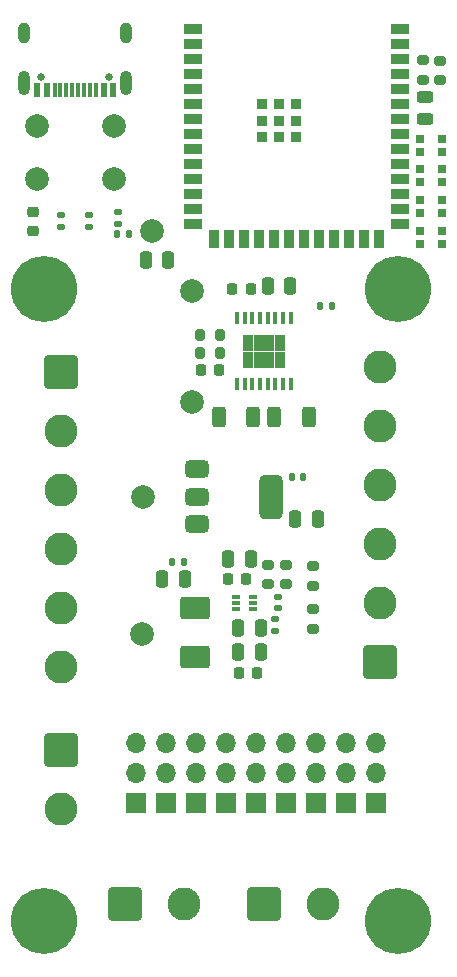
<source format=gts>
G04 #@! TF.GenerationSoftware,KiCad,Pcbnew,9.0.0*
G04 #@! TF.CreationDate,2025-07-02T14:57:14+08:00*
G04 #@! TF.ProjectId,ESPNOW,4553504e-4f57-42e6-9b69-6361645f7063,rev?*
G04 #@! TF.SameCoordinates,Original*
G04 #@! TF.FileFunction,Soldermask,Top*
G04 #@! TF.FilePolarity,Negative*
%FSLAX46Y46*%
G04 Gerber Fmt 4.6, Leading zero omitted, Abs format (unit mm)*
G04 Created by KiCad (PCBNEW 9.0.0) date 2025-07-02 14:57:14*
%MOMM*%
%LPD*%
G01*
G04 APERTURE LIST*
G04 Aperture macros list*
%AMRoundRect*
0 Rectangle with rounded corners*
0 $1 Rounding radius*
0 $2 $3 $4 $5 $6 $7 $8 $9 X,Y pos of 4 corners*
0 Add a 4 corners polygon primitive as box body*
4,1,4,$2,$3,$4,$5,$6,$7,$8,$9,$2,$3,0*
0 Add four circle primitives for the rounded corners*
1,1,$1+$1,$2,$3*
1,1,$1+$1,$4,$5*
1,1,$1+$1,$6,$7*
1,1,$1+$1,$8,$9*
0 Add four rect primitives between the rounded corners*
20,1,$1+$1,$2,$3,$4,$5,0*
20,1,$1+$1,$4,$5,$6,$7,0*
20,1,$1+$1,$6,$7,$8,$9,0*
20,1,$1+$1,$8,$9,$2,$3,0*%
G04 Aperture macros list end*
%ADD10RoundRect,0.200000X-0.275000X0.200000X-0.275000X-0.200000X0.275000X-0.200000X0.275000X0.200000X0*%
%ADD11RoundRect,0.250000X-1.000000X0.700000X-1.000000X-0.700000X1.000000X-0.700000X1.000000X0.700000X0*%
%ADD12R,1.700000X1.700000*%
%ADD13O,1.700000X1.700000*%
%ADD14C,2.000000*%
%ADD15RoundRect,0.250001X1.149999X-1.149999X1.149999X1.149999X-1.149999X1.149999X-1.149999X-1.149999X0*%
%ADD16C,2.800000*%
%ADD17RoundRect,0.250001X-1.149999X1.149999X-1.149999X-1.149999X1.149999X-1.149999X1.149999X1.149999X0*%
%ADD18C,0.650000*%
%ADD19R,0.600000X1.240000*%
%ADD20R,0.300000X1.240000*%
%ADD21O,1.000000X2.100000*%
%ADD22O,1.000000X1.800000*%
%ADD23R,0.450000X1.050000*%
%ADD24R,0.895000X1.470000*%
%ADD25RoundRect,0.200000X0.200000X0.275000X-0.200000X0.275000X-0.200000X-0.275000X0.200000X-0.275000X0*%
%ADD26C,5.600000*%
%ADD27RoundRect,0.375000X-0.625000X-0.375000X0.625000X-0.375000X0.625000X0.375000X-0.625000X0.375000X0*%
%ADD28RoundRect,0.500000X-0.500000X-1.400000X0.500000X-1.400000X0.500000X1.400000X-0.500000X1.400000X0*%
%ADD29RoundRect,0.135000X-0.185000X0.135000X-0.185000X-0.135000X0.185000X-0.135000X0.185000X0.135000X0*%
%ADD30R,0.700000X0.700000*%
%ADD31RoundRect,0.250000X-0.250000X-0.475000X0.250000X-0.475000X0.250000X0.475000X-0.250000X0.475000X0*%
%ADD32RoundRect,0.250000X-0.312500X-0.625000X0.312500X-0.625000X0.312500X0.625000X-0.312500X0.625000X0*%
%ADD33RoundRect,0.250000X0.312500X0.625000X-0.312500X0.625000X-0.312500X-0.625000X0.312500X-0.625000X0*%
%ADD34RoundRect,0.250001X-1.149999X-1.149999X1.149999X-1.149999X1.149999X1.149999X-1.149999X1.149999X0*%
%ADD35RoundRect,0.087500X-0.250000X-0.087500X0.250000X-0.087500X0.250000X0.087500X-0.250000X0.087500X0*%
%ADD36RoundRect,0.140000X0.140000X0.170000X-0.140000X0.170000X-0.140000X-0.170000X0.140000X-0.170000X0*%
%ADD37RoundRect,0.225000X-0.225000X-0.250000X0.225000X-0.250000X0.225000X0.250000X-0.225000X0.250000X0*%
%ADD38RoundRect,0.200000X0.275000X-0.200000X0.275000X0.200000X-0.275000X0.200000X-0.275000X-0.200000X0*%
%ADD39RoundRect,0.200000X-0.200000X-0.275000X0.200000X-0.275000X0.200000X0.275000X-0.200000X0.275000X0*%
%ADD40RoundRect,0.250000X0.250000X0.475000X-0.250000X0.475000X-0.250000X-0.475000X0.250000X-0.475000X0*%
%ADD41RoundRect,0.243750X0.456250X-0.243750X0.456250X0.243750X-0.456250X0.243750X-0.456250X-0.243750X0*%
%ADD42RoundRect,0.140000X-0.140000X-0.170000X0.140000X-0.170000X0.140000X0.170000X-0.140000X0.170000X0*%
%ADD43R,1.500000X0.900000*%
%ADD44R,0.900000X1.500000*%
%ADD45R,0.900000X0.900000*%
%ADD46RoundRect,0.135000X-0.135000X-0.185000X0.135000X-0.185000X0.135000X0.185000X-0.135000X0.185000X0*%
%ADD47RoundRect,0.140000X0.170000X-0.140000X0.170000X0.140000X-0.170000X0.140000X-0.170000X-0.140000X0*%
%ADD48RoundRect,0.135000X0.185000X-0.135000X0.185000X0.135000X-0.185000X0.135000X-0.185000X-0.135000X0*%
%ADD49RoundRect,0.225000X-0.250000X0.225000X-0.250000X-0.225000X0.250000X-0.225000X0.250000X0.225000X0*%
%ADD50RoundRect,0.225000X0.225000X0.250000X-0.225000X0.250000X-0.225000X-0.250000X0.225000X-0.250000X0*%
G04 APERTURE END LIST*
D10*
X188500000Y-109350000D03*
X188500000Y-111000000D03*
D11*
X182310000Y-113050000D03*
X182310000Y-117150000D03*
D12*
X197650000Y-129580000D03*
D13*
X197650000Y-127040000D03*
X197650000Y-124500000D03*
D12*
X190030000Y-129580000D03*
D13*
X190030000Y-127040000D03*
X190030000Y-124500000D03*
D14*
X182000000Y-86200000D03*
D15*
X197950000Y-117640000D03*
D16*
X197950000Y-112640000D03*
X197950000Y-107640000D03*
X197950000Y-102640000D03*
X197950000Y-97640000D03*
X197950000Y-92640000D03*
D17*
X170950000Y-125040000D03*
D16*
X170950000Y-130040000D03*
D18*
X175040000Y-68050000D03*
X169260000Y-68050000D03*
D19*
X175350000Y-69170000D03*
X174550000Y-69170000D03*
D20*
X173400000Y-69170000D03*
X172400000Y-69170000D03*
X171900000Y-69170000D03*
X170900000Y-69170000D03*
D19*
X169750000Y-69170000D03*
X168950000Y-69170000D03*
X168950000Y-69170000D03*
X169750000Y-69170000D03*
D20*
X170400000Y-69170000D03*
X171400000Y-69170000D03*
X172900000Y-69170000D03*
X173900000Y-69170000D03*
D19*
X174550000Y-69170000D03*
X175350000Y-69170000D03*
D21*
X176470000Y-68570000D03*
D22*
X176470000Y-64370000D03*
D21*
X167830000Y-68570000D03*
D22*
X167830000Y-64370000D03*
D12*
X179870000Y-129580000D03*
D13*
X179870000Y-127040000D03*
X179870000Y-124500000D03*
D23*
X185847500Y-94067500D03*
X186497500Y-94067500D03*
X187147500Y-94067500D03*
X187797500Y-94067500D03*
X188447500Y-94067500D03*
X189097500Y-94067500D03*
X189747500Y-94067500D03*
X190397500Y-94067500D03*
X190397500Y-88517500D03*
X189747500Y-88517500D03*
X189097500Y-88517500D03*
X188447500Y-88517500D03*
X187797500Y-88517500D03*
X187147500Y-88517500D03*
X186497500Y-88517500D03*
X185847500Y-88517500D03*
D24*
X186780000Y-92027500D03*
X187675000Y-92027500D03*
X188570000Y-92027500D03*
X189465000Y-92027500D03*
X186780000Y-90557500D03*
X187675000Y-90557500D03*
X188570000Y-90557500D03*
X189465000Y-90557500D03*
D25*
X184375000Y-89900000D03*
X182725000Y-89900000D03*
D10*
X192300000Y-113137500D03*
X192300000Y-114787500D03*
D26*
X199500000Y-86000000D03*
D12*
X177330000Y-129580000D03*
D13*
X177330000Y-127040000D03*
X177330000Y-124500000D03*
D27*
X182450000Y-101300000D03*
X182450000Y-103600000D03*
D28*
X188750000Y-103600000D03*
D27*
X182450000Y-105900000D03*
D29*
X173350000Y-79730000D03*
X173350000Y-80750000D03*
D30*
X203195000Y-76997500D03*
X203195000Y-75897500D03*
X201365000Y-75897500D03*
X201365000Y-76997500D03*
D31*
X185950000Y-114750000D03*
X187850000Y-114750000D03*
D32*
X189010000Y-96900000D03*
X191935000Y-96900000D03*
D30*
X203195000Y-82197500D03*
X203195000Y-81097500D03*
X201365000Y-81097500D03*
X201365000Y-82197500D03*
D33*
X187230000Y-96900000D03*
X184305000Y-96900000D03*
D12*
X192570000Y-129580000D03*
D13*
X192570000Y-127040000D03*
X192570000Y-124500000D03*
D26*
X169500000Y-86000000D03*
D14*
X177760000Y-115200000D03*
D34*
X188140000Y-138070000D03*
D16*
X193140000Y-138070000D03*
D12*
X184950000Y-129580000D03*
D13*
X184950000Y-127040000D03*
X184950000Y-124500000D03*
D14*
X182000000Y-95575000D03*
D35*
X185755000Y-112100000D03*
X185755000Y-112600000D03*
X185755000Y-113100000D03*
X187180000Y-113100000D03*
X187180000Y-112600000D03*
X187180000Y-112100000D03*
D14*
X177860000Y-103600000D03*
D36*
X181320000Y-109100000D03*
X180360000Y-109100000D03*
D31*
X185100000Y-108850000D03*
X187000000Y-108850000D03*
D37*
X185450000Y-86000000D03*
X187000000Y-86000000D03*
D38*
X190000000Y-111000000D03*
X190000000Y-109350000D03*
D31*
X185950000Y-116750000D03*
X187850000Y-116750000D03*
D12*
X187490000Y-129580000D03*
D13*
X187490000Y-127040000D03*
X187490000Y-124500000D03*
D39*
X182725000Y-91400000D03*
X184375000Y-91400000D03*
D40*
X181420000Y-110600000D03*
X179520000Y-110600000D03*
D10*
X192300000Y-109512500D03*
X192300000Y-111162500D03*
D34*
X176370000Y-138070000D03*
D16*
X181370000Y-138070000D03*
D41*
X201800000Y-71612500D03*
X201800000Y-69737500D03*
D26*
X199500000Y-139500000D03*
D40*
X190350000Y-85760000D03*
X188450000Y-85760000D03*
D42*
X190500000Y-101950000D03*
X191460000Y-101950000D03*
D30*
X203195000Y-79597500D03*
X203195000Y-78497500D03*
X201365000Y-78497500D03*
X201365000Y-79597500D03*
D29*
X170950000Y-79730000D03*
X170950000Y-80750000D03*
D12*
X182410000Y-129580000D03*
D13*
X182410000Y-127040000D03*
X182410000Y-124500000D03*
D30*
X203195000Y-74397500D03*
X203195000Y-73297500D03*
X201365000Y-73297500D03*
X201365000Y-74397500D03*
D43*
X182150000Y-64040000D03*
X182150000Y-65310000D03*
X182150000Y-66580000D03*
X182150000Y-67850000D03*
X182150000Y-69120000D03*
X182150000Y-70390000D03*
X182150000Y-71660000D03*
X182150000Y-72930000D03*
X182150000Y-74200000D03*
X182150000Y-75470000D03*
X182150000Y-76740000D03*
X182150000Y-78010000D03*
X182150000Y-79280000D03*
X182150000Y-80550000D03*
D44*
X183915000Y-81800000D03*
X185185000Y-81800000D03*
X186455000Y-81800000D03*
X187725000Y-81800000D03*
X188995000Y-81800000D03*
X190265000Y-81800000D03*
X191535000Y-81800000D03*
X192805000Y-81800000D03*
X194075000Y-81800000D03*
X195345000Y-81800000D03*
X196615000Y-81800000D03*
X197885000Y-81800000D03*
D43*
X199650000Y-80550000D03*
X199650000Y-79280000D03*
X199650000Y-78010000D03*
X199650000Y-76740000D03*
X199650000Y-75470000D03*
X199650000Y-74200000D03*
X199650000Y-72930000D03*
X199650000Y-71660000D03*
X199650000Y-70390000D03*
X199650000Y-69120000D03*
X199650000Y-67850000D03*
X199650000Y-66580000D03*
X199650000Y-65310000D03*
X199650000Y-64040000D03*
D45*
X188000000Y-70360000D03*
X188000000Y-71760000D03*
X188000000Y-73160000D03*
X188000000Y-73160000D03*
X189400000Y-70360000D03*
X189400000Y-70360000D03*
X189400000Y-71760000D03*
X189400000Y-73160000D03*
X190800000Y-70360000D03*
X190800000Y-71760000D03*
X190800000Y-73160000D03*
D17*
X170950000Y-93040000D03*
D16*
X170950000Y-98040000D03*
X170950000Y-103040000D03*
X170950000Y-108040000D03*
X170950000Y-113040000D03*
X170950000Y-118040000D03*
D14*
X168910000Y-72240000D03*
X175410000Y-72240000D03*
X168910000Y-76740000D03*
X175410000Y-76740000D03*
D40*
X180010000Y-83560000D03*
X178110000Y-83560000D03*
D10*
X203050000Y-66675000D03*
X203050000Y-68325000D03*
D46*
X175680000Y-81400000D03*
X176700000Y-81400000D03*
D10*
X201550000Y-66650000D03*
X201550000Y-68300000D03*
D26*
X169500000Y-139500000D03*
D46*
X192890000Y-87500000D03*
X193910000Y-87500000D03*
D29*
X189100000Y-113950000D03*
X189100000Y-114970000D03*
D47*
X189350000Y-113060000D03*
X189350000Y-112100000D03*
D14*
X178670000Y-81077500D03*
D48*
X175740000Y-80510000D03*
X175740000Y-79490000D03*
D37*
X185040000Y-110600000D03*
X186590000Y-110600000D03*
D49*
X168550000Y-79525000D03*
X168550000Y-81075000D03*
D50*
X184320000Y-92915000D03*
X182770000Y-92915000D03*
D37*
X186000000Y-118500000D03*
X187550000Y-118500000D03*
D31*
X190790000Y-105460000D03*
X192690000Y-105460000D03*
D12*
X195110000Y-129580000D03*
D13*
X195110000Y-127040000D03*
X195110000Y-124500000D03*
M02*

</source>
